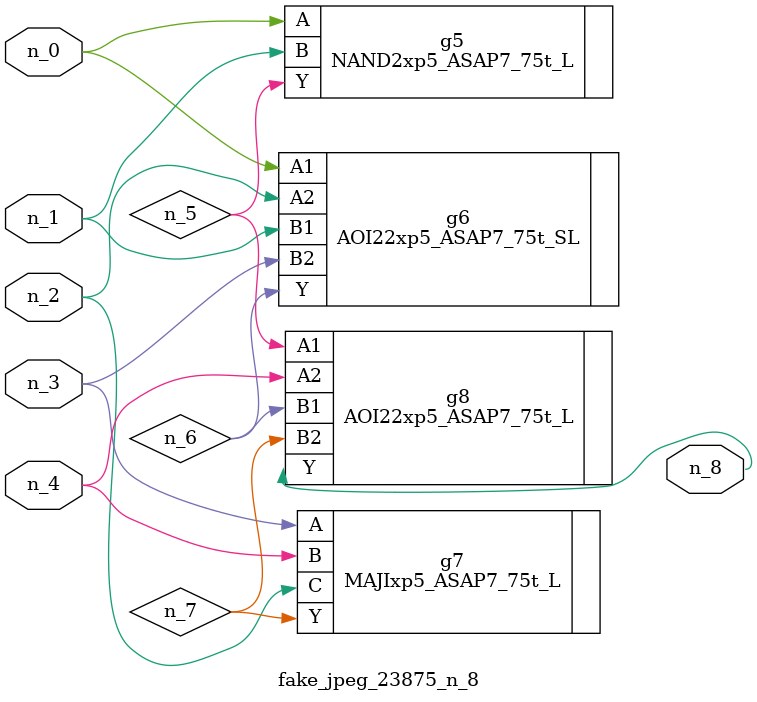
<source format=v>
module fake_jpeg_23875_n_8 (n_3, n_2, n_1, n_0, n_4, n_8);

input n_3;
input n_2;
input n_1;
input n_0;
input n_4;

output n_8;

wire n_6;
wire n_5;
wire n_7;

NAND2xp5_ASAP7_75t_L g5 ( 
.A(n_0),
.B(n_1),
.Y(n_5)
);

AOI22xp5_ASAP7_75t_SL g6 ( 
.A1(n_0),
.A2(n_2),
.B1(n_1),
.B2(n_3),
.Y(n_6)
);

MAJIxp5_ASAP7_75t_L g7 ( 
.A(n_3),
.B(n_4),
.C(n_2),
.Y(n_7)
);

AOI22xp5_ASAP7_75t_L g8 ( 
.A1(n_5),
.A2(n_4),
.B1(n_6),
.B2(n_7),
.Y(n_8)
);


endmodule
</source>
